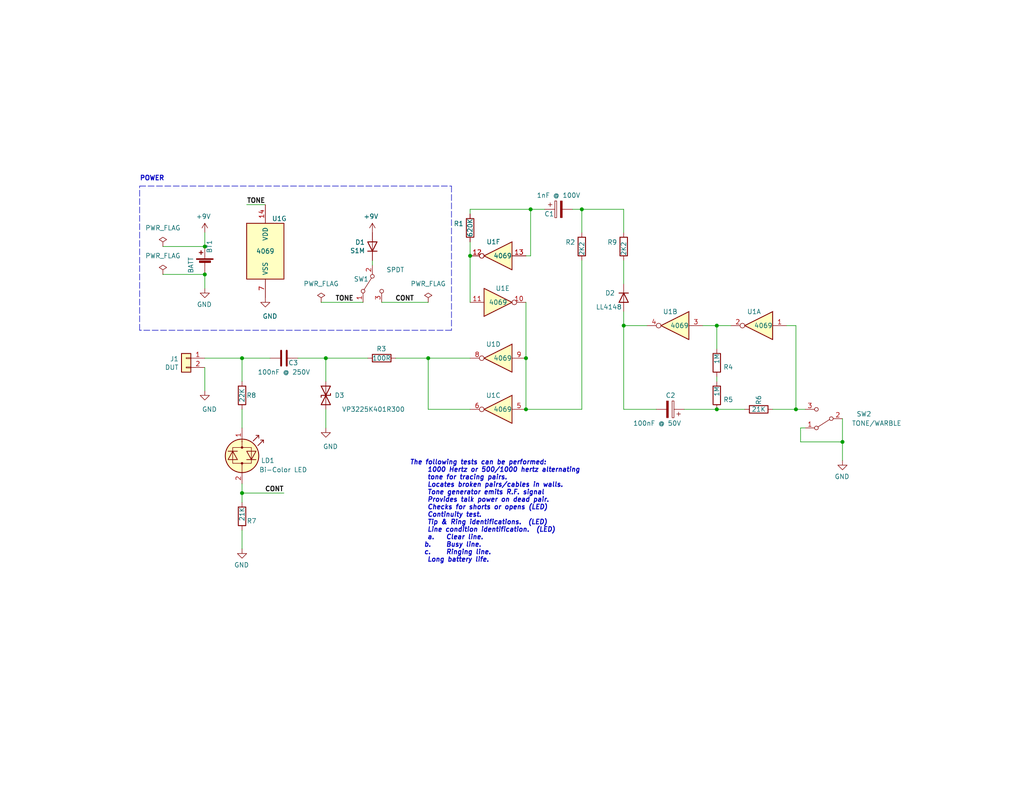
<source format=kicad_sch>
(kicad_sch (version 20210406) (generator eeschema)
  (paper "USLetter")
  (title_block (title "Toner-SMD") (date "2019-11-10") (rev "B") (company "https://www.supyrow.com"))
  (lib_symbols
    (symbol "4xxx:4069" (pin_names (offset 1.016))
      (property "Reference" "U" (at 0 1.27 0))
      (property "Value" "4069" (at 0 -1.27 0))
      (symbol "4069_1_0"
        (polyline (pts (xy -3.81 3.81) (xy -3.81 -3.81) (xy 3.81 0) (xy -3.81 3.81)) (stroke (width 0.254)) (fill (type background)))
        (pin input line (at -7.62 0 0) (length 3.81) (name "~") (number "1"))
        (pin output inverted (at 7.62 0 180) (length 3.81) (name "~") (number "2"))
      )
      (symbol "4069_2_0"
        (polyline (pts (xy -3.81 3.81) (xy -3.81 -3.81) (xy 3.81 0) (xy -3.81 3.81)) (stroke (width 0.254)) (fill (type background)))
        (pin input line (at -7.62 0 0) (length 3.81) (name "~") (number "3"))
        (pin output inverted (at 7.62 0 180) (length 3.81) (name "~") (number "4"))
      )
      (symbol "4069_3_0"
        (polyline (pts (xy -3.81 3.81) (xy -3.81 -3.81) (xy 3.81 0) (xy -3.81 3.81)) (stroke (width 0.254)) (fill (type background)))
        (pin input line (at -7.62 0 0) (length 3.81) (name "~") (number "5"))
        (pin output inverted (at 7.62 0 180) (length 3.81) (name "~") (number "6"))
      )
      (symbol "4069_4_0"
        (polyline (pts (xy -3.81 3.81) (xy -3.81 -3.81) (xy 3.81 0) (xy -3.81 3.81)) (stroke (width 0.254)) (fill (type background)))
        (pin output inverted (at 7.62 0 180) (length 3.81) (name "~") (number "8"))
        (pin input line (at -7.62 0 0) (length 3.81) (name "~") (number "9"))
      )
      (symbol "4069_5_0"
        (polyline (pts (xy -3.81 3.81) (xy -3.81 -3.81) (xy 3.81 0) (xy -3.81 3.81)) (stroke (width 0.254)) (fill (type background)))
        (pin output inverted (at 7.62 0 180) (length 3.81) (name "~") (number "10"))
        (pin input line (at -7.62 0 0) (length 3.81) (name "~") (number "11"))
      )
      (symbol "4069_6_0"
        (polyline (pts (xy -3.81 3.81) (xy -3.81 -3.81) (xy 3.81 0) (xy -3.81 3.81)) (stroke (width 0.254)) (fill (type background)))
        (pin output inverted (at 7.62 0 180) (length 3.81) (name "~") (number "12"))
        (pin input line (at -7.62 0 0) (length 3.81) (name "~") (number "13"))
      )
      (symbol "4069_7_0"
        (pin power_in line (at 0 12.7 270) (length 5.08) (name "VDD") (number "14"))
        (pin power_in line (at 0 -12.7 90) (length 5.08) (name "VSS") (number "7"))
      )
      (symbol "4069_7_1"
        (rectangle (start -5.08 7.62) (end 5.08 -7.62) (stroke (width 0.254)) (fill (type background)))
      )
    )
    (symbol "Connector_Generic:Conn_01x02" (pin_names (offset 1.016) hide)
      (property "Reference" "J" (at 0 2.54 0))
      (property "Value" "Conn_01x02" (at 0 -5.08 0))
      (symbol "Conn_01x02_1_1"
        (rectangle (start -1.27 -2.413) (end 0 -2.667) (stroke (width 0.1524)))
        (rectangle (start -1.27 0.127) (end 0 -0.127) (stroke (width 0.1524)))
        (rectangle (start -1.27 1.27) (end 1.27 -3.81) (stroke (width 0.254)) (fill (type background)))
        (pin passive line (at -5.08 0 0) (length 3.81) (name "Pin_1") (number "1"))
        (pin passive line (at -5.08 -2.54 0) (length 3.81) (name "Pin_2") (number "2"))
      )
    )
    (symbol "Device:Battery_Cell" (pin_numbers hide) (pin_names (offset 0) hide)
      (property "Reference" "BT" (at 2.54 2.54 0))
      (property "Value" "Battery_Cell" (at 2.54 0 0))
      (symbol "Battery_Cell_0_1"
        (rectangle (start -2.286 1.778) (end 2.286 1.524) (fill (type outline)))
        (rectangle (start -1.5748 1.1938) (end 1.4732 0.6858) (fill (type outline)))
        (polyline (pts (xy 0 0.762) (xy 0 0)))
        (polyline (pts (xy 0 1.778) (xy 0 2.54)))
        (polyline (pts (xy 0.508 3.429) (xy 1.524 3.429)) (stroke (width 0.254)))
        (polyline (pts (xy 1.016 3.937) (xy 1.016 2.921)) (stroke (width 0.254)))
      )
      (symbol "Battery_Cell_1_1"
        (pin passive line (at 0 5.08 270) (length 2.54) (name "+") (number "1"))
        (pin passive line (at 0 -2.54 90) (length 2.54) (name "-") (number "2"))
      )
    )
    (symbol "Device:C" (pin_numbers hide) (pin_names (offset 0.254))
      (property "Reference" "C" (at 0.635 2.54 0))
      (property "Value" "C" (at 0.635 -2.54 0))
      (symbol "C_0_1"
        (polyline (pts (xy -2.032 -0.762) (xy 2.032 -0.762)) (stroke (width 0.508)))
        (polyline (pts (xy -2.032 0.762) (xy 2.032 0.762)) (stroke (width 0.508)))
      )
      (symbol "C_1_1"
        (pin passive line (at 0 3.81 270) (length 2.794) (name "~") (number "1"))
        (pin passive line (at 0 -3.81 90) (length 2.794) (name "~") (number "2"))
      )
    )
    (symbol "Device:D" (pin_numbers hide) (pin_names (offset 1.016) hide)
      (property "Reference" "D" (at 0 2.54 0))
      (property "Value" "D" (at 0 -2.54 0))
      (symbol "D_0_1"
        (polyline (pts (xy -1.27 1.27) (xy -1.27 -1.27)) (stroke (width 0.254)))
        (polyline (pts (xy 1.27 0) (xy -1.27 0)))
        (polyline (pts (xy 1.27 1.27) (xy 1.27 -1.27) (xy -1.27 0) (xy 1.27 1.27)) (stroke (width 0.254)))
      )
      (symbol "D_1_1"
        (pin passive line (at -3.81 0 0) (length 2.54) (name "K") (number "1"))
        (pin passive line (at 3.81 0 180) (length 2.54) (name "A") (number "2"))
      )
    )
    (symbol "Device:D_TVS" (pin_numbers hide) (pin_names (offset 1.016) hide)
      (property "Reference" "D" (at 0 2.54 0))
      (property "Value" "D_TVS" (at 0 -2.54 0))
      (symbol "D_TVS_0_1"
        (polyline (pts (xy 1.27 0) (xy -1.27 0)))
        (polyline (pts (xy 0.508 1.27) (xy 0 1.27) (xy 0 -1.27) (xy -0.508 -1.27)) (stroke (width 0.254)))
        (polyline (pts (xy -2.54 1.27) (xy -2.54 -1.27) (xy 2.54 1.27) (xy 2.54 -1.27) (xy -2.54 1.27)) (stroke (width 0.254)))
      )
      (symbol "D_TVS_1_1"
        (pin passive line (at -3.81 0 0) (length 2.54) (name "A1") (number "1"))
        (pin passive line (at 3.81 0 180) (length 2.54) (name "A2") (number "2"))
      )
    )
    (symbol "Device:R" (pin_numbers hide) (pin_names (offset 0))
      (property "Reference" "R" (at 2.032 0 90))
      (property "Value" "R" (at 0 0 90))
      (symbol "R_0_1"
        (rectangle (start -1.016 -2.54) (end 1.016 2.54) (stroke (width 0.254)))
      )
      (symbol "R_1_1"
        (pin passive line (at 0 3.81 270) (length 1.27) (name "~") (number "1"))
        (pin passive line (at 0 -3.81 90) (length 1.27) (name "~") (number "2"))
      )
    )
    (symbol "Switch:SW_SPDT" (pin_names (offset 0) hide)
      (property "Reference" "SW" (at 0 4.318 0))
      (property "Value" "SW_SPDT" (at 0 -5.08 0))
      (symbol "SW_SPDT_0_0"
        (circle (center -2.032 0) (radius 0.508))
        (circle (center 2.032 -2.54) (radius 0.508))
      )
      (symbol "SW_SPDT_0_1"
        (circle (center 2.032 2.54) (radius 0.508))
        (polyline (pts (xy -1.524 0.254) (xy 1.651 2.286)))
      )
      (symbol "SW_SPDT_1_1"
        (pin passive line (at 5.08 2.54 180) (length 2.54) (name "A") (number "1"))
        (pin passive line (at -5.08 0 0) (length 2.54) (name "B") (number "2"))
        (pin passive line (at 5.08 -2.54 180) (length 2.54) (name "C") (number "3"))
      )
    )
    (symbol "power:+9V" (power) (pin_names (offset 0))
      (property "Value" "+9V" (at 0 3.556 0))
      (symbol "+9V_0_1"
        (polyline (pts (xy -0.762 1.27) (xy 0 2.54)))
        (polyline (pts (xy 0 0) (xy 0 2.54)))
        (polyline (pts (xy 0 2.54) (xy 0.762 1.27)))
      )
      (symbol "+9V_1_1"
        (pin power_in line (at 0 0 90) (length 0) hide (name "+9V") (number "1"))
      )
    )
    (symbol "power:GND" (power) (pin_names (offset 0))
      (property "Value" "GND" (at 0 -3.81 0))
      (symbol "GND_0_1"
        (polyline (pts (xy 0 0) (xy 0 -1.27) (xy 1.27 -1.27) (xy 0 -2.54) (xy -1.27 -1.27) (xy 0 -1.27)))
      )
      (symbol "GND_1_1"
        (pin power_in line (at 0 0 270) (length 0) hide (name "GND") (number "1"))
      )
    )
    (symbol "power:PWR_FLAG" (power) (pin_numbers hide) (pin_names (offset 0) hide)
      (property "Value" "PWR_FLAG" (at 0 3.81 0))
      (symbol "PWR_FLAG_0_0"
        (pin power_out line (at 0 0 90) (length 0) (name "pwr") (number "1"))
      )
      (symbol "PWR_FLAG_0_1"
        (polyline (pts (xy 0 0) (xy 0 1.27) (xy -1.016 1.905) (xy 0 2.54) (xy 1.016 1.905) (xy 0 1.27)))
      )
    )
    (symbol "toner-revb-SMD-rescue:CP-Device" (pin_numbers hide) (pin_names (offset 0.254))
      (property "Reference" "C" (at 0.635 2.54 0))
      (property "Value" "CP-Device" (at 0.635 -2.54 0))
      (symbol "CP-Device_0_1"
        (rectangle (start -2.286 0.508) (end 2.286 1.016))
        (rectangle (start 2.286 -0.508) (end -2.286 -1.016) (fill (type outline)))
        (polyline (pts (xy -1.778 2.286) (xy -0.762 2.286)))
        (polyline (pts (xy -1.27 2.794) (xy -1.27 1.778)))
      )
      (symbol "CP-Device_1_1"
        (pin passive line (at 0 3.81 270) (length 2.794) (name "~") (number "1"))
        (pin passive line (at 0 -3.81 90) (length 2.794) (name "~") (number "2"))
      )
    )
    (symbol "toner-revb-SMD-rescue:LED_Dual_2pin-Device" (pin_names (offset 0) hide)
      (property "Reference" "D" (at 0 5.715 0))
      (property "Value" "LED_Dual_2pin-Device" (at 0 -6.35 0))
      (symbol "LED_Dual_2pin-Device_0_1"
        (circle (center -2.032 0) (radius 0.254) (fill (type outline)))
        (circle (center 2.286 0) (radius 0.254) (fill (type outline)))
        (circle (center 0 0) (radius 4.572) (stroke (width 0.254)) (fill (type background)))
        (polyline (pts (xy -4.572 0) (xy -2.54 0)))
        (polyline (pts (xy -2.032 0) (xy -2.54 0)))
        (polyline (pts (xy -1.016 3.81) (xy -1.016 1.27)) (stroke (width 0.2032)))
        (polyline (pts (xy 1.27 -1.27) (xy 1.27 -3.81)) (stroke (width 0.2032)))
        (polyline (pts (xy 4.318 5.842) (xy 4.318 5.08)) (stroke (width 0.2032)))
        (polyline (pts (xy 5.588 4.572) (xy 5.588 3.81)) (stroke (width 0.2032)))
        (polyline (pts (xy 2.794 4.318) (xy 4.318 5.842) (xy 3.556 5.842)) (stroke (width 0.2032)))
        (polyline (pts (xy 4.064 3.048) (xy 5.588 4.572) (xy 4.826 4.572)) (stroke (width 0.2032)))
        (polyline (pts (xy -1.016 -1.27) (xy -1.016 -3.81) (xy 1.27 -2.54) (xy -1.016 -1.27)) (stroke (width 0.2032)))
        (polyline (pts (xy 1.27 3.81) (xy 1.27 1.27) (xy -1.016 2.54) (xy 1.27 3.81)) (stroke (width 0.2032)))
        (polyline (pts (xy 2.286 2.54) (xy -2.032 2.54) (xy -2.032 -2.54) (xy 2.286 -2.54) (xy 2.286 2.54)))
        (polyline (pts (xy 4.064 0) (xy 2.286 0)) (fill (type outline)))
      )
      (symbol "LED_Dual_2pin-Device_1_1"
        (pin input line (at 7.62 0 180) (length 3.81) (name "KA") (number "1"))
        (pin input line (at -7.62 0 0) (length 3.048) (name "AK") (number "2"))
      )
    )
  )
  (junction (at 55.88 67.31) (diameter 0.9144))
  (junction (at 55.88 74.93) (diameter 0.9144))
  (junction (at 66.04 97.79) (diameter 0.9144))
  (junction (at 66.04 134.62) (diameter 0.9144))
  (junction (at 88.9 97.79) (diameter 0.9144))
  (junction (at 116.84 97.79) (diameter 0.9144))
  (junction (at 128.27 69.85) (diameter 0.9144))
  (junction (at 143.51 97.79) (diameter 0.9144))
  (junction (at 143.51 111.76) (diameter 0.9144))
  (junction (at 144.78 57.15) (diameter 0.9144))
  (junction (at 158.75 57.15) (diameter 0.9144))
  (junction (at 170.18 88.9) (diameter 0.9144))
  (junction (at 195.58 88.9) (diameter 0.9144))
  (junction (at 195.58 111.76) (diameter 0.9144))
  (junction (at 217.17 111.76) (diameter 0.9144))
  (junction (at 229.87 120.65) (diameter 0.9144))
  (wire (pts (xy 44.45 67.31) (xy 55.88 67.31)))
  (wire (pts (xy 44.45 74.93) (xy 55.88 74.93)))
  (wire (pts (xy 55.88 63.5) (xy 55.88 67.31)))
  (wire (pts (xy 55.88 74.93) (xy 55.88 78.74)))
  (wire (pts (xy 55.88 97.79) (xy 66.04 97.79)))
  (wire (pts (xy 55.88 100.33) (xy 55.88 106.68)))
  (wire (pts (xy 66.04 97.79) (xy 66.04 104.14)))
  (wire (pts (xy 66.04 97.79) (xy 73.66 97.79)))
  (wire (pts (xy 66.04 111.76) (xy 66.04 116.84)))
  (wire (pts (xy 66.04 132.08) (xy 66.04 134.62)))
  (wire (pts (xy 66.04 134.62) (xy 66.04 137.16)))
  (wire (pts (xy 66.04 144.78) (xy 66.04 149.86)))
  (wire (pts (xy 67.31 55.88) (xy 72.39 55.88)))
  (wire (pts (xy 77.47 134.62) (xy 66.04 134.62)))
  (wire (pts (xy 81.28 97.79) (xy 88.9 97.79)))
  (wire (pts (xy 87.63 82.55) (xy 99.06 82.55)))
  (wire (pts (xy 88.9 97.79) (xy 88.9 104.14)))
  (wire (pts (xy 88.9 97.79) (xy 100.33 97.79)))
  (wire (pts (xy 88.9 111.76) (xy 88.9 116.84)))
  (wire (pts (xy 101.6 72.39) (xy 101.6 71.12)))
  (wire (pts (xy 104.14 82.55) (xy 116.84 82.55)))
  (wire (pts (xy 107.95 97.79) (xy 116.84 97.79)))
  (wire (pts (xy 116.84 97.79) (xy 116.84 111.76)))
  (wire (pts (xy 116.84 111.76) (xy 128.27 111.76)))
  (wire (pts (xy 128.27 57.15) (xy 128.27 58.42)))
  (wire (pts (xy 128.27 66.04) (xy 128.27 69.85)))
  (wire (pts (xy 128.27 69.85) (xy 128.27 82.55)))
  (wire (pts (xy 128.27 97.79) (xy 116.84 97.79)))
  (wire (pts (xy 143.51 82.55) (xy 143.51 97.79)))
  (wire (pts (xy 143.51 111.76) (xy 143.51 97.79)))
  (wire (pts (xy 144.78 57.15) (xy 128.27 57.15)))
  (wire (pts (xy 144.78 57.15) (xy 148.59 57.15)))
  (wire (pts (xy 144.78 69.85) (xy 143.51 69.85)))
  (wire (pts (xy 144.78 69.85) (xy 144.78 57.15)))
  (wire (pts (xy 158.75 57.15) (xy 156.21 57.15)))
  (wire (pts (xy 158.75 57.15) (xy 158.75 63.5)))
  (wire (pts (xy 158.75 71.12) (xy 158.75 111.76)))
  (wire (pts (xy 158.75 111.76) (xy 143.51 111.76)))
  (wire (pts (xy 170.18 57.15) (xy 158.75 57.15)))
  (wire (pts (xy 170.18 57.15) (xy 170.18 63.5)))
  (wire (pts (xy 170.18 71.12) (xy 170.18 77.47)))
  (wire (pts (xy 170.18 85.09) (xy 170.18 88.9)))
  (wire (pts (xy 170.18 88.9) (xy 176.53 88.9)))
  (wire (pts (xy 170.18 111.76) (xy 170.18 88.9)))
  (wire (pts (xy 179.07 111.76) (xy 170.18 111.76)))
  (wire (pts (xy 195.58 88.9) (xy 191.77 88.9)))
  (wire (pts (xy 195.58 95.25) (xy 195.58 88.9)))
  (wire (pts (xy 195.58 102.87) (xy 195.58 104.14)))
  (wire (pts (xy 195.58 111.76) (xy 186.69 111.76)))
  (wire (pts (xy 199.39 88.9) (xy 195.58 88.9)))
  (wire (pts (xy 203.2 111.76) (xy 195.58 111.76)))
  (wire (pts (xy 210.82 111.76) (xy 217.17 111.76)))
  (wire (pts (xy 217.17 88.9) (xy 214.63 88.9)))
  (wire (pts (xy 217.17 88.9) (xy 217.17 111.76)))
  (wire (pts (xy 217.17 111.76) (xy 219.71 111.76)))
  (wire (pts (xy 218.44 116.84) (xy 219.71 116.84)))
  (wire (pts (xy 218.44 120.65) (xy 218.44 116.84)))
  (wire (pts (xy 229.87 120.65) (xy 218.44 120.65)))
  (wire (pts (xy 229.87 120.65) (xy 229.87 114.3)))
  (wire (pts (xy 229.87 120.65) (xy 229.87 125.73)))
  (polyline (pts (xy 38.1 50.8) (xy 123.19 50.8)) (stroke (width 0) (type dash)))
  (polyline (pts (xy 38.1 90.17) (xy 38.1 50.8)) (stroke (width 0) (type dash)))
  (polyline (pts (xy 123.19 50.8) (xy 123.19 90.17)) (stroke (width 0) (type dash)))
  (polyline (pts (xy 123.19 90.17) (xy 38.1 90.17)) (stroke (width 0) (type dash)))
  (text "POWER" (at 38.1 49.53 0) (effects (font (size 1.27 1.27) (thickness 0.254) bold) (justify left bottom)))
  (text "The following tests can be performed:\n	1000 Hertz or 500/1000 hertz alternating\n	tone for tracing pairs.\n	Locates broken pairs/cables in walls.\n	Tone generator emits R.F. signal\n	Provides talk power on dead pair.\n	Checks for shorts or opens (LED)\n	Continuity test.\n	Tip & Ring identifications.  (LED)\n	Line condition identification.  (LED)\n 	a.	Clear line.\n    b.	Busy line.\n    c.	Ringing line.\n	Long battery life." (at 111.76 153.67 0) (effects (font (size 1.27 1.27) (thickness 0.254) bold italic) (justify left bottom)))
  (label "TONE" (at 67.31 55.88 0) (effects (font (thickness 0.254) bold)))
  (label "CONT" (at 77.47 134.62 180) (effects (font (thickness 0.254) bold)))
  (label "TONE" (at 91.44 82.55 0) (effects (font (thickness 0.254) bold)))
  (label "CONT" (at 113.03 82.55 180) (effects (font (thickness 0.254) bold)))
  (symbol (lib_id "power:+9V") (at 55.88 63.5 0) (mirror y) (unit 1)
    (property "Reference" "#PWR01" (effects hide))
    (property "Value" "+9V" (at 55.499 59.1058 0))
  )
  (symbol (lib_id "power:+9V") (at 101.6 63.5 0) (mirror y) (unit 1)
    (property "Reference" "#PWR0104" (effects hide))
    (property "Value" "+9V" (at 101.219 59.1058 0))
  )
  (symbol (lib_id "power:PWR_FLAG") (at 44.45 67.31 0) (mirror y) (unit 1)
    (property "Reference" "#FLG0101" (effects hide))
    (property "Value" "PWR_FLAG" (at 44.45 62.23 0))
  )
  (symbol (lib_id "power:PWR_FLAG") (at 44.45 74.93 0) (mirror y) (unit 1)
    (property "Reference" "#FLG0102" (effects hide))
    (property "Value" "PWR_FLAG" (at 44.45 69.85 0))
  )
  (symbol (lib_id "power:PWR_FLAG") (at 87.63 82.55 0) (mirror y) (unit 1)
    (property "Reference" "#FLG0103" (effects hide))
    (property "Value" "PWR_FLAG" (at 87.63 77.47 0))
  )
  (symbol (lib_id "power:PWR_FLAG") (at 116.84 82.55 0) (mirror y) (unit 1)
    (property "Reference" "#FLG0104" (effects hide))
    (property "Value" "PWR_FLAG" (at 116.84 77.47 0))
  )
  (symbol (lib_id "power:GND") (at 55.88 78.74 0) (mirror y) (unit 1)
    (property "Reference" "#PWR05" (effects hide))
    (property "Value" "GND" (at 55.753 83.1342 0))
  )
  (symbol (lib_id "power:GND") (at 55.88 106.68 0) (unit 1)
    (property "Reference" "#PWR0102" (effects hide))
    (property "Value" "GND" (at 57.15 111.76 0))
  )
  (symbol (lib_id "power:GND") (at 66.04 149.86 0) (mirror y) (unit 1)
    (property "Reference" "#PWR0105" (effects hide))
    (property "Value" "GND" (at 65.913 154.2542 0))
  )
  (symbol (lib_id "power:GND") (at 72.39 81.28 0) (unit 1)
    (property "Reference" "#PWR0103" (effects hide))
    (property "Value" "GND" (at 73.66 86.36 0))
  )
  (symbol (lib_id "power:GND") (at 88.9 116.84 0) (unit 1)
    (property "Reference" "#PWR0101" (effects hide))
    (property "Value" "GND" (at 90.17 121.92 0))
  )
  (symbol (lib_id "power:GND") (at 229.87 125.73 0) (mirror y) (unit 1)
    (property "Reference" "#PWR0106" (effects hide))
    (property "Value" "GND" (at 229.743 130.1242 0))
  )
  (symbol (lib_id "Device:R") (at 66.04 107.95 0) (mirror y) (unit 1)
    (property "Reference" "R8" (at 68.58 107.95 0))
    (property "Value" "22K" (at 66.04 107.95 90))
    (property "Footprint" "Resistor_SMD:R_1206_3216Metric" (effects hide))
  )
  (symbol (lib_id "Device:R") (at 66.04 140.97 0) (mirror y) (unit 1)
    (property "Reference" "R7" (at 67.31 142.24 0) (effects (justify right)))
    (property "Value" "21K" (at 66.04 138.43 90) (effects (justify right)))
    (property "Footprint" "Resistor_SMD:R_1206_3216Metric" (effects hide))
  )
  (symbol (lib_id "Device:R") (at 104.14 97.79 90) (mirror x) (unit 1)
    (property "Reference" "R3" (at 105.41 95.25 90) (effects (justify left)))
    (property "Value" "100R" (at 106.68 97.79 90) (effects (justify left)))
    (property "Footprint" "Resistor_SMD:R_1206_3216Metric" (effects hide))
  )
  (symbol (lib_id "Device:R") (at 128.27 62.23 0) (mirror y) (unit 1)
    (property "Reference" "R1" (at 126.492 61.0616 0) (effects (justify left)))
    (property "Value" "620K" (at 128.27 64.77 90) (effects (justify left)))
    (property "Footprint" "Resistor_SMD:R_1206_3216Metric" (effects hide))
  )
  (symbol (lib_id "Device:R") (at 158.75 67.31 0) (mirror x) (unit 1)
    (property "Reference" "R2" (at 156.972 66.1416 0) (effects (justify right)))
    (property "Value" "2K2" (at 158.75 69.85 90) (effects (justify right)))
    (property "Footprint" "Resistor_SMD:R_1206_3216Metric" (effects hide))
  )
  (symbol (lib_id "Device:R") (at 170.18 67.31 0) (mirror x) (unit 1)
    (property "Reference" "R9" (at 168.402 66.1416 0) (effects (justify right)))
    (property "Value" "2K2" (at 170.18 69.85 90) (effects (justify right)))
    (property "Footprint" "Resistor_SMD:R_1206_3216Metric" (effects hide))
  )
  (symbol (lib_id "Device:R") (at 195.58 99.06 0) (mirror x) (unit 1)
    (property "Reference" "R4" (at 197.358 100.2284 0) (effects (justify left)))
    (property "Value" "1M" (at 195.58 96.52 90) (effects (justify left)))
    (property "Footprint" "Resistor_SMD:R_1206_3216Metric" (effects hide))
  )
  (symbol (lib_id "Device:R") (at 195.58 107.95 0) (mirror x) (unit 1)
    (property "Reference" "R5" (at 197.358 109.1184 0) (effects (justify left)))
    (property "Value" "1M" (at 195.58 105.41 90) (effects (justify left)))
    (property "Footprint" "Resistor_SMD:R_1206_3216Metric" (effects hide))
  )
  (symbol (lib_id "Device:R") (at 207.01 111.76 270) (mirror x) (unit 1)
    (property "Reference" "R6" (at 207.01 109.22 0))
    (property "Value" "21K" (at 207.01 111.76 90))
    (property "Footprint" "Resistor_SMD:R_1206_3216Metric" (effects hide))
  )
  (symbol (lib_id "Device:D_TVS") (at 88.9 107.95 90) (mirror x) (unit 1)
    (property "Reference" "D3" (at 93.98 107.95 90) (effects (justify left)))
    (property "Value" "VP3225K401R300" (at 110.49 111.76 90) (effects (justify left)))
    (property "Footprint" "MyCustomParts:D_3225_8063Metric" (effects hide))
    (property "Datasheet" "https://api.kemet.com/component-edge/download/specsheet/VP3225K401R300.pdf" (effects hide))
    (property "MPN" "VP3225K401R300" (effects hide))
  )
  (symbol (lib_id "Device:D") (at 101.6 67.31 270) (mirror x) (unit 1)
    (property "Reference" "D1" (at 99.5934 66.1416 90) (effects (justify right)))
    (property "Value" "S1M" (at 99.5934 68.453 90) (effects (justify right)))
    (property "Footprint" "Diode_SMD:D_SMA" (effects hide))
    (property "Datasheet" "http://www.onsemi.com/pub/Collateral/1N4001-D.PDF" (effects hide))
    (property "MPN" "S1M" (effects hide))
  )
  (symbol (lib_id "Device:D") (at 170.18 81.28 90) (mirror x) (unit 1)
    (property "Reference" "D2" (at 165.1 80.01 90) (effects (justify right)))
    (property "Value" "LL4148" (at 162.56 83.82 90) (effects (justify right)))
    (property "Footprint" "Diode_SMD:D_MiniMELF" (effects hide))
    (property "Datasheet" "https://www.fairchildsemi.com/datasheets/LL/LL4148.pdf" (effects hide))
    (property "MPN" "LL4148" (effects hide))
  )
  (symbol (lib_id "Connector_Generic:Conn_01x02") (at 50.8 97.79 0) (mirror y) (unit 1)
    (property "Reference" "J1" (at 48.768 97.9932 0) (effects (justify left)))
    (property "Value" "DUT" (at 48.768 100.3046 0) (effects (justify left)))
    (property "Footprint" "MyCustomParts:Connector-blade" (effects hide))
    (property "Datasheet" "http://katalog.we-online.de/em/datasheet/6130xx11121.pdf" (effects hide))
    (property "MPN" "61300211121" (effects hide))
  )
  (symbol (lib_id "Device:Battery_Cell") (at 55.88 72.39 0) (mirror y) (unit 1)
    (property "Reference" "BT1" (at 57.15 67.31 90))
    (property "Value" "BATT" (at 52.07 72.39 90))
    (property "Footprint" "Connector_PinHeader_2.54mm:PinHeader_1x02_P2.54mm_Vertical" (effects hide))
    (property "Datasheet" "http://www.keyelco.com/product-pdf.cfm?p=1060" (effects hide))
    (property "MPN" "2238" (effects hide))
  )
  (symbol (lib_id "Device:C") (at 77.47 97.79 270) (mirror x) (unit 1)
    (property "Reference" "C3" (at 80.01 99.06 90))
    (property "Value" "100nF @ 250V" (at 77.47 101.6 90))
    (property "Footprint" "Capacitor_SMD:C_1206_3216Metric" (effects hide))
    (property "Datasheet" "https://search.kemet.com/component-edge/download/datasheet/C1206C104KARACTU.pdf" (effects hide))
    (property "MPN" "C1206C104KARACTU" (effects hide))
  )
  (symbol (lib_id "toner-revb-SMD-rescue:CP-Device") (at 152.4 57.15 90) (mirror x) (unit 1)
    (property "Reference" "C1" (at 149.86 58.42 90))
    (property "Value" "1nF @ 100V" (at 152.4 53.34 90))
    (property "Footprint" "Capacitor_SMD:C_1206_3216Metric" (effects hide))
    (property "Datasheet" "https://search.kemet.com/component-edge/download/datasheet/C1206C102K1RACTU.pdf" (effects hide))
    (property "MPN" "C1206C102K1RACTU" (effects hide))
  )
  (symbol (lib_id "toner-revb-SMD-rescue:CP-Device") (at 182.88 111.76 270) (mirror x) (unit 1)
    (property "Reference" "C2" (at 181.61 107.95 90) (effects (justify left)))
    (property "Value" "100nF @ 50V" (at 172.72 115.57 90) (effects (justify left)))
    (property "Footprint" "Capacitor_SMD:C_1206_3216Metric" (effects hide))
    (property "Datasheet" "https://search.kemet.com/component-edge/download/datasheet/C1206C104K5RACTU.pdf" (effects hide))
    (property "MPN" "C1206C104K5RAC7800" (effects hide))
  )
  (symbol (lib_id "Switch:SW_SPDT") (at 101.6 77.47 90) (mirror x) (unit 1)
    (property "Reference" "SW1" (at 96.52 76.2 90) (effects (justify right)))
    (property "Value" "SPDT" (at 105.41 73.66 90) (effects (justify right)))
    (property "Footprint" "MyCustomParts:SWITCH-toggle-100SP3T1B1M2QEH" (effects hide))
    (property "Datasheet" "http://spec_sheets.e-switch.com/specs/ST113013.pdf" (effects hide))
    (property "MPN" "100SP3T1B1M2QEH" (effects hide))
  )
  (symbol (lib_id "Switch:SW_SPDT") (at 224.79 114.3 180) (unit 1)
    (property "Reference" "SW2" (at 233.68 113.03 0) (effects (justify right)))
    (property "Value" "TONE/WARBLE" (at 232.41 115.57 0) (effects (justify right)))
    (property "Footprint" "Connector_PinHeader_2.54mm:PinHeader_1x03_P2.54mm_Vertical" (effects hide))
    (property "Datasheet" "http://katalog.we-online.de/em/datasheet/6130xx11121.pdf" (effects hide))
    (property "MPN" "61300311121" (effects hide))
  )
  (symbol (lib_id "4xxx:4069") (at 135.89 69.85 0) (mirror y) (unit 6)
    (property "Reference" "U1" (at 134.62 66.04 0))
    (property "Value" "4069" (at 137.16 69.85 0))
    (property "Footprint" "Package_SO:SOIC-14_3.9x8.7mm_P1.27mm" (effects hide))
    (property "Datasheet" "http://www.ti.com/general/docs/suppproductinfo.tsp?distId=10&gotoUrl=http%3A%2F%2Fwww.ti.com%2Flit%2Fgpn%2Fcd4069ub" (effects hide))
    (property "MPN" "CD4069UBM" (effects hide))
  )
  (symbol (lib_id "4xxx:4069") (at 135.89 82.55 0) (mirror x) (unit 5)
    (property "Reference" "U1" (at 137.16 78.74 0))
    (property "Value" "4069" (at 135.89 82.55 0))
    (property "Footprint" "Package_SO:SOIC-14_3.9x8.7mm_P1.27mm" (effects hide))
    (property "Datasheet" "http://www.ti.com/general/docs/suppproductinfo.tsp?distId=10&gotoUrl=http%3A%2F%2Fwww.ti.com%2Flit%2Fgpn%2Fcd4069ub" (effects hide))
    (property "MPN" "CD4069UBM" (effects hide))
  )
  (symbol (lib_id "4xxx:4069") (at 135.89 97.79 0) (mirror y) (unit 4)
    (property "Reference" "U1" (at 134.62 93.98 0))
    (property "Value" "4069" (at 137.16 97.79 0))
    (property "Footprint" "Package_SO:SOIC-14_3.9x8.7mm_P1.27mm" (effects hide))
    (property "Datasheet" "http://www.ti.com/general/docs/suppproductinfo.tsp?distId=10&gotoUrl=http%3A%2F%2Fwww.ti.com%2Flit%2Fgpn%2Fcd4069ub" (effects hide))
    (property "MPN" "CD4069UBM" (effects hide))
  )
  (symbol (lib_id "4xxx:4069") (at 135.89 111.76 0) (mirror y) (unit 3)
    (property "Reference" "U1" (at 134.62 107.95 0))
    (property "Value" "4069" (at 137.16 111.76 0))
    (property "Footprint" "Package_SO:SOIC-14_3.9x8.7mm_P1.27mm" (effects hide))
    (property "Datasheet" "http://www.ti.com/general/docs/suppproductinfo.tsp?distId=10&gotoUrl=http%3A%2F%2Fwww.ti.com%2Flit%2Fgpn%2Fcd4069ub" (effects hide))
    (property "MPN" "CD4069UBM" (effects hide))
  )
  (symbol (lib_id "4xxx:4069") (at 184.15 88.9 0) (mirror y) (unit 2)
    (property "Reference" "U1" (at 182.88 85.09 0))
    (property "Value" "4069" (at 185.42 88.9 0))
    (property "Footprint" "Package_SO:SOIC-14_3.9x8.7mm_P1.27mm" (effects hide))
    (property "Datasheet" "http://www.ti.com/general/docs/suppproductinfo.tsp?distId=10&gotoUrl=http%3A%2F%2Fwww.ti.com%2Flit%2Fgpn%2Fcd4069ub" (effects hide))
    (property "MPN" "CD4069UBM" (effects hide))
  )
  (symbol (lib_id "4xxx:4069") (at 207.01 88.9 0) (mirror y) (unit 1)
    (property "Reference" "U1" (at 205.74 85.09 0))
    (property "Value" "4069" (at 208.28 88.9 0))
    (property "Footprint" "Package_SO:SOIC-14_3.9x8.7mm_P1.27mm" (effects hide))
    (property "Datasheet" "http://www.ti.com/general/docs/suppproductinfo.tsp?distId=10&gotoUrl=http%3A%2F%2Fwww.ti.com%2Flit%2Fgpn%2Fcd4069ub" (effects hide))
    (property "MPN" "CD4069UBM" (effects hide))
  )
  (symbol (lib_id "toner-revb-SMD-rescue:LED_Dual_2pin-Device") (at 66.04 124.46 270) (mirror x) (unit 1)
    (property "Reference" "LD1" (at 74.93 125.73 90) (effects (justify right)))
    (property "Value" "Bi-Color LED" (at 83.82 128.27 90) (effects (justify right)))
    (property "Footprint" "LED_THT:LED_D5.0mm_Clear" (effects hide))
    (property "Datasheet" "https://media.digikey.com/pdf/Data%20Sheets/Lite-On%20PDFs/LTL-293SJW.pdf" (effects hide))
    (property "MPN" "LTL-293SJW" (effects hide))
  )
  (symbol (lib_id "4xxx:4069") (at 72.39 68.58 0) (mirror y) (unit 7)
    (property "Reference" "U1" (at 76.2 59.69 0))
    (property "Value" "4069" (at 72.39 68.58 0))
    (property "Footprint" "Package_SO:SOIC-14_3.9x8.7mm_P1.27mm" (effects hide))
    (property "Datasheet" "http://www.ti.com/general/docs/suppproductinfo.tsp?distId=10&gotoUrl=http%3A%2F%2Fwww.ti.com%2Flit%2Fgpn%2Fcd4069ub" (effects hide))
    (property "MPN" "CD4069UBM" (effects hide))
  )
)
</source>
